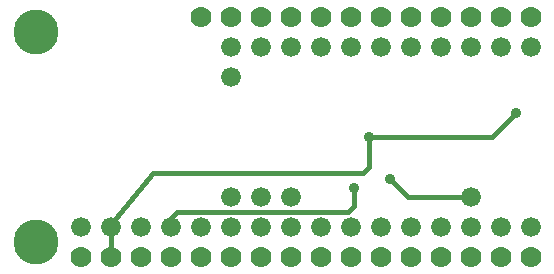
<source format=gbr>
G04 EAGLE Gerber RS-274X export*
G75*
%MOMM*%
%FSLAX34Y34*%
%LPD*%
%INBottom Copper*%
%IPPOS*%
%AMOC8*
5,1,8,0,0,1.08239X$1,22.5*%
G01*
%ADD10C,3.810000*%
%ADD11C,1.778000*%
%ADD12C,1.676400*%
%ADD13C,0.406400*%
%ADD14C,0.906400*%


D10*
X25400Y203200D03*
X25400Y25400D03*
D11*
X165100Y215900D03*
X190500Y215900D03*
X215900Y215900D03*
X241300Y215900D03*
X266700Y215900D03*
X292100Y215900D03*
X317500Y215900D03*
X342900Y215900D03*
X368300Y215900D03*
X393700Y215900D03*
X419100Y215900D03*
X444500Y215900D03*
X165100Y12700D03*
X190500Y12700D03*
X215900Y12700D03*
X241300Y12700D03*
X266700Y12700D03*
X292100Y12700D03*
X317500Y12700D03*
X342900Y12700D03*
X368300Y12700D03*
X393700Y12700D03*
X419100Y12700D03*
X444500Y12700D03*
X139700Y12700D03*
X114300Y12700D03*
X88900Y12700D03*
X63500Y12700D03*
D12*
X444500Y38100D03*
X419100Y38100D03*
X393700Y38100D03*
X368300Y38100D03*
X342900Y38100D03*
X317500Y38100D03*
X292100Y38100D03*
X266700Y38100D03*
X241300Y38100D03*
X215900Y38100D03*
X190500Y38100D03*
X165100Y38100D03*
X139700Y38100D03*
X114300Y38100D03*
X88900Y38100D03*
X63500Y38100D03*
X190500Y190500D03*
X215900Y190500D03*
X241300Y190500D03*
X266700Y190500D03*
X292100Y190500D03*
X317500Y190500D03*
X342900Y190500D03*
X368300Y190500D03*
X393700Y190500D03*
X419100Y190500D03*
X444500Y190500D03*
X241300Y63500D03*
X215900Y63500D03*
X190500Y63500D03*
X190500Y165100D03*
X393700Y63500D03*
D13*
X139700Y45720D02*
X139700Y38100D01*
X139700Y45720D02*
X144780Y50800D01*
X289560Y50800D01*
X294640Y55880D01*
X294640Y71120D01*
D14*
X294640Y71120D03*
X307340Y114300D03*
D13*
X411480Y114300D01*
X431800Y134620D01*
D14*
X431800Y134620D03*
D13*
X88900Y38100D02*
X88900Y12700D01*
X88900Y38100D02*
X88900Y40640D01*
X124460Y83820D01*
X302260Y83820D01*
X307340Y88900D01*
X307340Y114300D01*
X340360Y63500D02*
X393700Y63500D01*
X340360Y63500D02*
X325120Y78740D01*
D14*
X325120Y78740D03*
M02*

</source>
